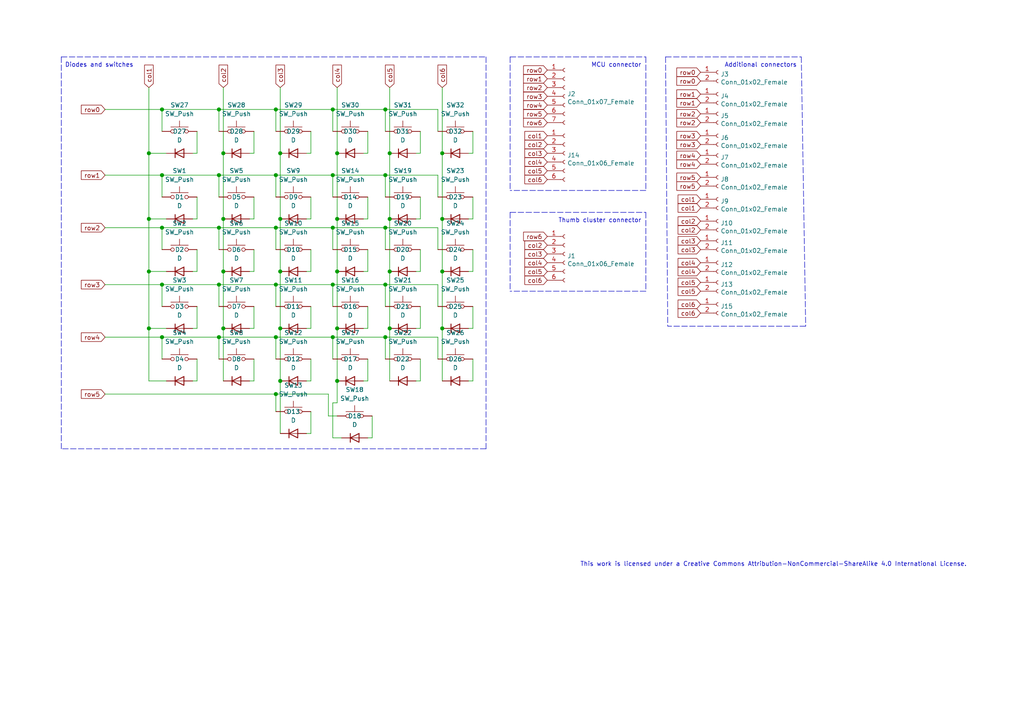
<source format=kicad_sch>
(kicad_sch (version 20210126) (generator eeschema)
  (paper "A4")
  (title_block (title "flex.sch") (date "2021-08-15") (rev "2.62") (company "bastard keyboards") (comment 3 "CC BY-NC-SA 4.0") (comment 4 "Copyright Quentin Lebastard 2021"))
  (lib_symbols
    (symbol "Connector:Conn_01x02_Female" (pin_names (offset 1.016) hide)
      (property "Reference" "J" (at 0 2.54 0))
      (property "Value" "Conn_01x02_Female" (at 0 -5.08 0))
      (symbol "Conn_01x02_Female_1_1"
        (arc (start 0 -2.032) (end 0 -3.048) (radius (at 0 -2.54) (length 0.508) (angles 90.1 -90.1)) (stroke (width 0.1524)))
        (arc (start 0 0.508) (end 0 -0.508) (radius (at 0 0) (length 0.508) (angles 90.1 -90.1)) (stroke (width 0.1524)))
        (polyline (pts (xy -1.27 -2.54) (xy -0.508 -2.54)) (stroke (width 0.1524)))
        (polyline (pts (xy -1.27 0) (xy -0.508 0)) (stroke (width 0.1524)))
        (pin passive line (at -5.08 0 0) (length 3.81) (name "Pin_1") (number "1"))
        (pin passive line (at -5.08 -2.54 0) (length 3.81) (name "Pin_2") (number "2"))
      )
    )
    (symbol "Connector:Conn_01x06_Female" (pin_names (offset 1.016) hide)
      (property "Reference" "J" (at 0 7.62 0))
      (property "Value" "Conn_01x06_Female" (at 0 -10.16 0))
      (symbol "Conn_01x06_Female_1_1"
        (arc (start 0 -7.112) (end 0 -8.128) (radius (at 0 -7.62) (length 0.508) (angles 90.1 -90.1)) (stroke (width 0.1524)))
        (arc (start 0 -4.572) (end 0 -5.588) (radius (at 0 -5.08) (length 0.508) (angles 90.1 -90.1)) (stroke (width 0.1524)))
        (arc (start 0 -2.032) (end 0 -3.048) (radius (at 0 -2.54) (length 0.508) (angles 90.1 -90.1)) (stroke (width 0.1524)))
        (arc (start 0 0.508) (end 0 -0.508) (radius (at 0 0) (length 0.508) (angles 90.1 -90.1)) (stroke (width 0.1524)))
        (arc (start 0 3.048) (end 0 2.032) (radius (at 0 2.54) (length 0.508) (angles 90.1 -90.1)) (stroke (width 0.1524)))
        (arc (start 0 5.588) (end 0 4.572) (radius (at 0 5.08) (length 0.508) (angles 90.1 -90.1)) (stroke (width 0.1524)))
        (polyline (pts (xy -1.27 -7.62) (xy -0.508 -7.62)) (stroke (width 0.1524)))
        (polyline (pts (xy -1.27 -5.08) (xy -0.508 -5.08)) (stroke (width 0.1524)))
        (polyline (pts (xy -1.27 -2.54) (xy -0.508 -2.54)) (stroke (width 0.1524)))
        (polyline (pts (xy -1.27 0) (xy -0.508 0)) (stroke (width 0.1524)))
        (polyline (pts (xy -1.27 2.54) (xy -0.508 2.54)) (stroke (width 0.1524)))
        (polyline (pts (xy -1.27 5.08) (xy -0.508 5.08)) (stroke (width 0.1524)))
        (pin passive line (at -5.08 5.08 0) (length 3.81) (name "Pin_1") (number "1"))
        (pin passive line (at -5.08 2.54 0) (length 3.81) (name "Pin_2") (number "2"))
        (pin passive line (at -5.08 0 0) (length 3.81) (name "Pin_3") (number "3"))
        (pin passive line (at -5.08 -2.54 0) (length 3.81) (name "Pin_4") (number "4"))
        (pin passive line (at -5.08 -5.08 0) (length 3.81) (name "Pin_5") (number "5"))
        (pin passive line (at -5.08 -7.62 0) (length 3.81) (name "Pin_6") (number "6"))
      )
    )
    (symbol "Connector:Conn_01x07_Female" (pin_names (offset 1.016) hide)
      (property "Reference" "J" (at 0 10.16 0))
      (property "Value" "Conn_01x07_Female" (at 0 -10.16 0))
      (symbol "Conn_01x07_Female_1_1"
        (arc (start 0 -7.112) (end 0 -8.128) (radius (at 0 -7.62) (length 0.508) (angles 90.1 -90.1)) (stroke (width 0.1524)))
        (arc (start 0 -4.572) (end 0 -5.588) (radius (at 0 -5.08) (length 0.508) (angles 90.1 -90.1)) (stroke (width 0.1524)))
        (arc (start 0 -2.032) (end 0 -3.048) (radius (at 0 -2.54) (length 0.508) (angles 90.1 -90.1)) (stroke (width 0.1524)))
        (arc (start 0 0.508) (end 0 -0.508) (radius (at 0 0) (length 0.508) (angles 90.1 -90.1)) (stroke (width 0.1524)))
        (arc (start 0 3.048) (end 0 2.032) (radius (at 0 2.54) (length 0.508) (angles 90.1 -90.1)) (stroke (width 0.1524)))
        (arc (start 0 5.588) (end 0 4.572) (radius (at 0 5.08) (length 0.508) (angles 90.1 -90.1)) (stroke (width 0.1524)))
        (arc (start 0 8.128) (end 0 7.112) (radius (at 0 7.62) (length 0.508) (angles 90.1 -90.1)) (stroke (width 0.1524)))
        (polyline (pts (xy -1.27 -7.62) (xy -0.508 -7.62)) (stroke (width 0.1524)))
        (polyline (pts (xy -1.27 -5.08) (xy -0.508 -5.08)) (stroke (width 0.1524)))
        (polyline (pts (xy -1.27 -2.54) (xy -0.508 -2.54)) (stroke (width 0.1524)))
        (polyline (pts (xy -1.27 0) (xy -0.508 0)) (stroke (width 0.1524)))
        (polyline (pts (xy -1.27 2.54) (xy -0.508 2.54)) (stroke (width 0.1524)))
        (polyline (pts (xy -1.27 5.08) (xy -0.508 5.08)) (stroke (width 0.1524)))
        (polyline (pts (xy -1.27 7.62) (xy -0.508 7.62)) (stroke (width 0.1524)))
        (pin passive line (at -5.08 7.62 0) (length 3.81) (name "Pin_1") (number "1"))
        (pin passive line (at -5.08 5.08 0) (length 3.81) (name "Pin_2") (number "2"))
        (pin passive line (at -5.08 2.54 0) (length 3.81) (name "Pin_3") (number "3"))
        (pin passive line (at -5.08 0 0) (length 3.81) (name "Pin_4") (number "4"))
        (pin passive line (at -5.08 -2.54 0) (length 3.81) (name "Pin_5") (number "5"))
        (pin passive line (at -5.08 -5.08 0) (length 3.81) (name "Pin_6") (number "6"))
        (pin passive line (at -5.08 -7.62 0) (length 3.81) (name "Pin_7") (number "7"))
      )
    )
    (symbol "Device:D" (pin_numbers hide) (pin_names hide)
      (property "Reference" "D" (at 0 2.54 0))
      (property "Value" "D" (at 0 -2.54 0))
      (symbol "D_0_1"
        (polyline (pts (xy -1.27 1.27) (xy -1.27 -1.27)) (stroke (width 0.254)))
        (polyline (pts (xy 1.27 0) (xy -1.27 0)))
        (polyline (pts (xy 1.27 1.27) (xy 1.27 -1.27) (xy -1.27 0) (xy 1.27 1.27)) (stroke (width 0.254)))
      )
      (symbol "D_1_1"
        (pin passive line (at -3.81 0 0) (length 2.54) (name "K") (number "1"))
        (pin passive line (at 3.81 0 180) (length 2.54) (name "A") (number "2"))
      )
    )
    (symbol "Switch:SW_Push" (pin_numbers hide) (pin_names hide)
      (property "Reference" "SW" (at 1.27 2.54 0))
      (property "Value" "SW_Push" (at 0 -1.524 0))
      (symbol "SW_Push_0_1"
        (circle (center -2.032 0) (radius 0.508))
        (circle (center 2.032 0) (radius 0.508))
        (polyline (pts (xy 0 1.27) (xy 0 3.048)))
        (polyline (pts (xy 2.54 1.27) (xy -2.54 1.27)))
        (pin passive line (at -5.08 0 0) (length 2.54) (name "1") (number "1"))
        (pin passive line (at 5.08 0 180) (length 2.54) (name "2") (number "2"))
      )
    )
  )
  (junction (at 43.18 44.45) (diameter 1.016))
  (junction (at 43.18 63.5) (diameter 1.016))
  (junction (at 43.18 78.74) (diameter 1.016))
  (junction (at 43.18 95.25) (diameter 1.016))
  (junction (at 46.99 31.75) (diameter 1.016))
  (junction (at 46.99 50.8) (diameter 1.016))
  (junction (at 46.99 66.04) (diameter 1.016))
  (junction (at 46.99 82.55) (diameter 1.016))
  (junction (at 46.99 97.79) (diameter 1.016))
  (junction (at 63.5 31.75) (diameter 1.016))
  (junction (at 63.5 50.8) (diameter 1.016))
  (junction (at 63.5 66.04) (diameter 1.016))
  (junction (at 63.5 82.55) (diameter 1.016))
  (junction (at 63.5 97.79) (diameter 1.016))
  (junction (at 64.77 44.45) (diameter 1.016))
  (junction (at 64.77 63.5) (diameter 1.016))
  (junction (at 64.77 78.74) (diameter 1.016))
  (junction (at 64.77 95.25) (diameter 1.016))
  (junction (at 80.01 31.75) (diameter 1.016))
  (junction (at 80.01 50.8) (diameter 1.016))
  (junction (at 80.01 66.04) (diameter 1.016))
  (junction (at 80.01 82.55) (diameter 1.016))
  (junction (at 80.01 97.79) (diameter 1.016))
  (junction (at 80.01 114.3) (diameter 1.016))
  (junction (at 81.28 44.45) (diameter 1.016))
  (junction (at 81.28 63.5) (diameter 1.016))
  (junction (at 81.28 78.74) (diameter 1.016))
  (junction (at 81.28 95.25) (diameter 1.016))
  (junction (at 81.28 110.49) (diameter 1.016))
  (junction (at 96.52 31.75) (diameter 1.016))
  (junction (at 96.52 50.8) (diameter 1.016))
  (junction (at 96.52 66.04) (diameter 1.016))
  (junction (at 96.52 82.55) (diameter 1.016))
  (junction (at 96.52 97.79) (diameter 1.016))
  (junction (at 97.79 44.45) (diameter 1.016))
  (junction (at 97.79 63.5) (diameter 1.016))
  (junction (at 97.79 78.74) (diameter 1.016))
  (junction (at 97.79 95.25) (diameter 1.016))
  (junction (at 97.79 110.49) (diameter 1.016))
  (junction (at 111.76 31.75) (diameter 1.016))
  (junction (at 111.76 50.8) (diameter 1.016))
  (junction (at 111.76 66.04) (diameter 1.016))
  (junction (at 111.76 82.55) (diameter 1.016))
  (junction (at 111.76 97.79) (diameter 1.016))
  (junction (at 113.03 44.45) (diameter 1.016))
  (junction (at 113.03 63.5) (diameter 1.016))
  (junction (at 113.03 78.74) (diameter 1.016))
  (junction (at 113.03 95.25) (diameter 1.016))
  (junction (at 128.27 44.45) (diameter 1.016))
  (junction (at 128.27 63.5) (diameter 1.016))
  (junction (at 128.27 78.74) (diameter 1.016))
  (junction (at 128.27 95.25) (diameter 1.016))
  (wire (pts (xy 30.48 31.75) (xy 46.99 31.75)))
  (wire (pts (xy 30.48 50.8) (xy 46.99 50.8)))
  (wire (pts (xy 30.48 66.04) (xy 46.99 66.04)))
  (wire (pts (xy 30.48 82.55) (xy 46.99 82.55)))
  (wire (pts (xy 30.48 97.79) (xy 46.99 97.79)))
  (wire (pts (xy 30.48 114.3) (xy 80.01 114.3)))
  (wire (pts (xy 43.18 25.4) (xy 43.18 44.45)))
  (wire (pts (xy 43.18 44.45) (xy 43.18 63.5)))
  (wire (pts (xy 43.18 63.5) (xy 43.18 78.74)))
  (wire (pts (xy 43.18 78.74) (xy 43.18 95.25)))
  (wire (pts (xy 43.18 95.25) (xy 43.18 110.49)))
  (wire (pts (xy 46.99 31.75) (xy 63.5 31.75)))
  (wire (pts (xy 46.99 38.1) (xy 46.99 31.75)))
  (wire (pts (xy 46.99 50.8) (xy 63.5 50.8)))
  (wire (pts (xy 46.99 57.15) (xy 46.99 50.8)))
  (wire (pts (xy 46.99 66.04) (xy 63.5 66.04)))
  (wire (pts (xy 46.99 72.39) (xy 46.99 66.04)))
  (wire (pts (xy 46.99 82.55) (xy 63.5 82.55)))
  (wire (pts (xy 46.99 88.9) (xy 46.99 82.55)))
  (wire (pts (xy 46.99 97.79) (xy 63.5 97.79)))
  (wire (pts (xy 46.99 104.14) (xy 46.99 97.79)))
  (wire (pts (xy 48.26 44.45) (xy 43.18 44.45)))
  (wire (pts (xy 48.26 63.5) (xy 43.18 63.5)))
  (wire (pts (xy 48.26 78.74) (xy 43.18 78.74)))
  (wire (pts (xy 48.26 95.25) (xy 43.18 95.25)))
  (wire (pts (xy 48.26 110.49) (xy 43.18 110.49)))
  (wire (pts (xy 57.15 38.1) (xy 57.15 44.45)))
  (wire (pts (xy 57.15 44.45) (xy 55.88 44.45)))
  (wire (pts (xy 57.15 57.15) (xy 57.15 63.5)))
  (wire (pts (xy 57.15 63.5) (xy 55.88 63.5)))
  (wire (pts (xy 57.15 72.39) (xy 57.15 78.74)))
  (wire (pts (xy 57.15 78.74) (xy 55.88 78.74)))
  (wire (pts (xy 57.15 88.9) (xy 57.15 95.25)))
  (wire (pts (xy 57.15 95.25) (xy 55.88 95.25)))
  (wire (pts (xy 57.15 104.14) (xy 57.15 110.49)))
  (wire (pts (xy 57.15 110.49) (xy 55.88 110.49)))
  (wire (pts (xy 63.5 31.75) (xy 63.5 38.1)))
  (wire (pts (xy 63.5 31.75) (xy 80.01 31.75)))
  (wire (pts (xy 63.5 50.8) (xy 63.5 57.15)))
  (wire (pts (xy 63.5 50.8) (xy 80.01 50.8)))
  (wire (pts (xy 63.5 66.04) (xy 63.5 72.39)))
  (wire (pts (xy 63.5 66.04) (xy 80.01 66.04)))
  (wire (pts (xy 63.5 82.55) (xy 63.5 88.9)))
  (wire (pts (xy 63.5 82.55) (xy 80.01 82.55)))
  (wire (pts (xy 63.5 97.79) (xy 63.5 104.14)))
  (wire (pts (xy 63.5 97.79) (xy 80.01 97.79)))
  (wire (pts (xy 64.77 25.4) (xy 64.77 44.45)))
  (wire (pts (xy 64.77 44.45) (xy 64.77 63.5)))
  (wire (pts (xy 64.77 63.5) (xy 64.77 78.74)))
  (wire (pts (xy 64.77 78.74) (xy 64.77 95.25)))
  (wire (pts (xy 64.77 95.25) (xy 64.77 110.49)))
  (wire (pts (xy 73.66 38.1) (xy 73.66 44.45)))
  (wire (pts (xy 73.66 44.45) (xy 72.39 44.45)))
  (wire (pts (xy 73.66 57.15) (xy 73.66 63.5)))
  (wire (pts (xy 73.66 63.5) (xy 72.39 63.5)))
  (wire (pts (xy 73.66 72.39) (xy 73.66 78.74)))
  (wire (pts (xy 73.66 78.74) (xy 72.39 78.74)))
  (wire (pts (xy 73.66 88.9) (xy 73.66 95.25)))
  (wire (pts (xy 73.66 95.25) (xy 72.39 95.25)))
  (wire (pts (xy 73.66 104.14) (xy 73.66 110.49)))
  (wire (pts (xy 73.66 110.49) (xy 72.39 110.49)))
  (wire (pts (xy 80.01 31.75) (xy 80.01 38.1)))
  (wire (pts (xy 80.01 31.75) (xy 96.52 31.75)))
  (wire (pts (xy 80.01 50.8) (xy 80.01 57.15)))
  (wire (pts (xy 80.01 50.8) (xy 96.52 50.8)))
  (wire (pts (xy 80.01 66.04) (xy 80.01 72.39)))
  (wire (pts (xy 80.01 66.04) (xy 96.52 66.04)))
  (wire (pts (xy 80.01 82.55) (xy 80.01 88.9)))
  (wire (pts (xy 80.01 82.55) (xy 96.52 82.55)))
  (wire (pts (xy 80.01 97.79) (xy 80.01 104.14)))
  (wire (pts (xy 80.01 97.79) (xy 96.52 97.79)))
  (wire (pts (xy 80.01 114.3) (xy 80.01 119.38)))
  (wire (pts (xy 81.28 25.4) (xy 81.28 44.45)))
  (wire (pts (xy 81.28 44.45) (xy 81.28 63.5)))
  (wire (pts (xy 81.28 63.5) (xy 81.28 78.74)))
  (wire (pts (xy 81.28 78.74) (xy 81.28 95.25)))
  (wire (pts (xy 81.28 95.25) (xy 81.28 110.49)))
  (wire (pts (xy 81.28 110.49) (xy 81.28 125.73)))
  (wire (pts (xy 90.17 38.1) (xy 90.17 44.45)))
  (wire (pts (xy 90.17 44.45) (xy 88.9 44.45)))
  (wire (pts (xy 90.17 57.15) (xy 90.17 63.5)))
  (wire (pts (xy 90.17 63.5) (xy 88.9 63.5)))
  (wire (pts (xy 90.17 72.39) (xy 90.17 78.74)))
  (wire (pts (xy 90.17 78.74) (xy 88.9 78.74)))
  (wire (pts (xy 90.17 88.9) (xy 90.17 95.25)))
  (wire (pts (xy 90.17 95.25) (xy 88.9 95.25)))
  (wire (pts (xy 90.17 104.14) (xy 90.17 110.49)))
  (wire (pts (xy 90.17 110.49) (xy 88.9 110.49)))
  (wire (pts (xy 90.17 119.38) (xy 90.17 125.73)))
  (wire (pts (xy 90.17 125.73) (xy 88.9 125.73)))
  (wire (pts (xy 95.25 114.3) (xy 80.01 114.3)))
  (wire (pts (xy 95.25 120.65) (xy 95.25 114.3)))
  (wire (pts (xy 96.52 31.75) (xy 96.52 38.1)))
  (wire (pts (xy 96.52 31.75) (xy 111.76 31.75)))
  (wire (pts (xy 96.52 50.8) (xy 96.52 57.15)))
  (wire (pts (xy 96.52 50.8) (xy 111.76 50.8)))
  (wire (pts (xy 96.52 66.04) (xy 96.52 72.39)))
  (wire (pts (xy 96.52 66.04) (xy 111.76 66.04)))
  (wire (pts (xy 96.52 82.55) (xy 96.52 88.9)))
  (wire (pts (xy 96.52 82.55) (xy 111.76 82.55)))
  (wire (pts (xy 96.52 97.79) (xy 96.52 104.14)))
  (wire (pts (xy 96.52 97.79) (xy 111.76 97.79)))
  (wire (pts (xy 96.52 116.84) (xy 97.79 116.84)))
  (wire (pts (xy 96.52 127) (xy 96.52 116.84)))
  (wire (pts (xy 96.52 127) (xy 99.06 127)))
  (wire (pts (xy 97.79 25.4) (xy 97.79 44.45)))
  (wire (pts (xy 97.79 44.45) (xy 97.79 63.5)))
  (wire (pts (xy 97.79 63.5) (xy 97.79 78.74)))
  (wire (pts (xy 97.79 78.74) (xy 97.79 95.25)))
  (wire (pts (xy 97.79 95.25) (xy 97.79 110.49)))
  (wire (pts (xy 97.79 110.49) (xy 97.79 116.84)))
  (wire (pts (xy 97.79 120.65) (xy 95.25 120.65)))
  (wire (pts (xy 106.68 38.1) (xy 106.68 44.45)))
  (wire (pts (xy 106.68 44.45) (xy 105.41 44.45)))
  (wire (pts (xy 106.68 57.15) (xy 106.68 63.5)))
  (wire (pts (xy 106.68 63.5) (xy 105.41 63.5)))
  (wire (pts (xy 106.68 72.39) (xy 106.68 78.74)))
  (wire (pts (xy 106.68 78.74) (xy 105.41 78.74)))
  (wire (pts (xy 106.68 88.9) (xy 106.68 95.25)))
  (wire (pts (xy 106.68 95.25) (xy 105.41 95.25)))
  (wire (pts (xy 106.68 104.14) (xy 106.68 110.49)))
  (wire (pts (xy 106.68 110.49) (xy 105.41 110.49)))
  (wire (pts (xy 107.95 120.65) (xy 107.95 127)))
  (wire (pts (xy 107.95 127) (xy 106.68 127)))
  (wire (pts (xy 111.76 31.75) (xy 111.76 38.1)))
  (wire (pts (xy 111.76 31.75) (xy 127 31.75)))
  (wire (pts (xy 111.76 50.8) (xy 111.76 57.15)))
  (wire (pts (xy 111.76 50.8) (xy 127 50.8)))
  (wire (pts (xy 111.76 66.04) (xy 111.76 72.39)))
  (wire (pts (xy 111.76 66.04) (xy 127 66.04)))
  (wire (pts (xy 111.76 82.55) (xy 111.76 88.9)))
  (wire (pts (xy 111.76 82.55) (xy 127 82.55)))
  (wire (pts (xy 111.76 97.79) (xy 111.76 104.14)))
  (wire (pts (xy 111.76 97.79) (xy 127 97.79)))
  (wire (pts (xy 113.03 25.4) (xy 113.03 44.45)))
  (wire (pts (xy 113.03 44.45) (xy 113.03 63.5)))
  (wire (pts (xy 113.03 63.5) (xy 113.03 78.74)))
  (wire (pts (xy 113.03 78.74) (xy 113.03 95.25)))
  (wire (pts (xy 113.03 95.25) (xy 113.03 110.49)))
  (wire (pts (xy 121.92 38.1) (xy 121.92 44.45)))
  (wire (pts (xy 121.92 44.45) (xy 120.65 44.45)))
  (wire (pts (xy 121.92 57.15) (xy 121.92 63.5)))
  (wire (pts (xy 121.92 63.5) (xy 120.65 63.5)))
  (wire (pts (xy 121.92 72.39) (xy 121.92 78.74)))
  (wire (pts (xy 121.92 78.74) (xy 120.65 78.74)))
  (wire (pts (xy 121.92 88.9) (xy 121.92 95.25)))
  (wire (pts (xy 121.92 95.25) (xy 120.65 95.25)))
  (wire (pts (xy 121.92 104.14) (xy 121.92 110.49)))
  (wire (pts (xy 121.92 110.49) (xy 120.65 110.49)))
  (wire (pts (xy 127 31.75) (xy 127 38.1)))
  (wire (pts (xy 127 50.8) (xy 127 57.15)))
  (wire (pts (xy 127 66.04) (xy 127 72.39)))
  (wire (pts (xy 127 82.55) (xy 127 88.9)))
  (wire (pts (xy 127 97.79) (xy 127 104.14)))
  (wire (pts (xy 128.27 25.4) (xy 128.27 44.45)))
  (wire (pts (xy 128.27 44.45) (xy 128.27 63.5)))
  (wire (pts (xy 128.27 63.5) (xy 128.27 78.74)))
  (wire (pts (xy 128.27 78.74) (xy 128.27 95.25)))
  (wire (pts (xy 128.27 95.25) (xy 128.27 110.49)))
  (wire (pts (xy 137.16 38.1) (xy 137.16 44.45)))
  (wire (pts (xy 137.16 44.45) (xy 135.89 44.45)))
  (wire (pts (xy 137.16 57.15) (xy 137.16 63.5)))
  (wire (pts (xy 137.16 63.5) (xy 135.89 63.5)))
  (wire (pts (xy 137.16 72.39) (xy 137.16 78.74)))
  (wire (pts (xy 137.16 78.74) (xy 135.89 78.74)))
  (wire (pts (xy 137.16 88.9) (xy 137.16 95.25)))
  (wire (pts (xy 137.16 95.25) (xy 135.89 95.25)))
  (wire (pts (xy 137.16 104.14) (xy 137.16 110.49)))
  (wire (pts (xy 137.16 110.49) (xy 135.89 110.49)))
  (polyline (pts (xy 17.78 16.51) (xy 17.78 130.175)) (stroke (width 0) (type dash)))
  (polyline (pts (xy 17.78 16.51) (xy 140.97 16.51)) (stroke (width 0) (type dash)))
  (polyline (pts (xy 140.97 16.51) (xy 140.97 130.175)) (stroke (width 0) (type dash)))
  (polyline (pts (xy 140.97 130.175) (xy 17.78 130.175)) (stroke (width 0) (type dash)))
  (polyline (pts (xy 147.955 16.51) (xy 147.955 55.245)) (stroke (width 0) (type dash)))
  (polyline (pts (xy 147.955 16.51) (xy 187.325 16.51)) (stroke (width 0) (type dash)))
  (polyline (pts (xy 147.955 61.595) (xy 147.955 84.455)) (stroke (width 0) (type dash)))
  (polyline (pts (xy 147.955 61.595) (xy 187.325 61.595)) (stroke (width 0) (type dash)))
  (polyline (pts (xy 187.325 16.51) (xy 187.325 55.245)) (stroke (width 0) (type dash)))
  (polyline (pts (xy 187.325 55.245) (xy 147.955 55.245)) (stroke (width 0) (type dash)))
  (polyline (pts (xy 187.325 61.595) (xy 187.325 84.455)) (stroke (width 0) (type dash)))
  (polyline (pts (xy 187.325 84.455) (xy 147.955 84.455)) (stroke (width 0) (type dash)))
  (polyline (pts (xy 193.04 16.51) (xy 193.675 94.615)) (stroke (width 0) (type dash)))
  (polyline (pts (xy 193.04 16.51) (xy 232.41 16.51)) (stroke (width 0) (type dash)))
  (polyline (pts (xy 232.41 16.51) (xy 233.68 94.615)) (stroke (width 0) (type dash)))
  (polyline (pts (xy 233.68 94.615) (xy 193.675 94.615)) (stroke (width 0) (type dash)))
  (text "Diodes and switches" (at 38.735 19.685 180) (effects (font (size 1.27 1.27)) (justify right bottom)))
  (text "This work is licensed under a Creative Commons Attribution-NonCommercial-ShareAlike 4.0 International License." (at 168.275 164.465 0) (effects (font (size 1.27 1.27)) (justify left bottom)))
  (text "MCU connector" (at 186.055 19.685 180) (effects (font (size 1.27 1.27)) (justify right bottom)))
  (text "Thumb cluster connector" (at 186.055 64.77 180) (effects (font (size 1.27 1.27)) (justify right bottom)))
  (text "Additional connectors" (at 231.14 19.685 180) (effects (font (size 1.27 1.27)) (justify right bottom)))
  (global_label "row0" (shape input) (at 30.48 31.75 180) (property "Intersheet References" "${INTERSHEET_REFS}" (effects hide)))
  (global_label "row1" (shape input) (at 30.48 50.8 180) (property "Intersheet References" "${INTERSHEET_REFS}" (effects hide)))
  (global_label "row2" (shape input) (at 30.48 66.04 180) (property "Intersheet References" "${INTERSHEET_REFS}" (effects hide)))
  (global_label "row3" (shape input) (at 30.48 82.55 180) (property "Intersheet References" "${INTERSHEET_REFS}" (effects hide)))
  (global_label "row4" (shape input) (at 30.48 97.79 180) (property "Intersheet References" "${INTERSHEET_REFS}" (effects hide)))
  (global_label "row5" (shape input) (at 30.48 114.3 180) (property "Intersheet References" "${INTERSHEET_REFS}" (effects hide)))
  (global_label "col1" (shape input) (at 43.18 25.4 90) (property "Intersheet References" "${INTERSHEET_REFS}" (effects hide)))
  (global_label "col2" (shape input) (at 64.77 25.4 90) (property "Intersheet References" "${INTERSHEET_REFS}" (effects hide)))
  (global_label "col3" (shape input) (at 81.28 25.4 90) (property "Intersheet References" "${INTERSHEET_REFS}" (effects hide)))
  (global_label "col4" (shape input) (at 97.79 25.4 90) (property "Intersheet References" "${INTERSHEET_REFS}" (effects hide)))
  (global_label "col5" (shape input) (at 113.03 25.4 90) (property "Intersheet References" "${INTERSHEET_REFS}" (effects hide)))
  (global_label "col6" (shape input) (at 128.27 25.4 90) (property "Intersheet References" "${INTERSHEET_REFS}" (effects hide)))
  (global_label "row0" (shape input) (at 158.75 20.32 180) (property "Intersheet References" "${INTERSHEET_REFS}" (effects hide)))
  (global_label "row1" (shape input) (at 158.75 22.86 180) (property "Intersheet References" "${INTERSHEET_REFS}" (effects hide)))
  (global_label "row2" (shape input) (at 158.75 25.4 180) (property "Intersheet References" "${INTERSHEET_REFS}" (effects hide)))
  (global_label "row3" (shape input) (at 158.75 27.94 180) (property "Intersheet References" "${INTERSHEET_REFS}" (effects hide)))
  (global_label "row4" (shape input) (at 158.75 30.48 180) (property "Intersheet References" "${INTERSHEET_REFS}" (effects hide)))
  (global_label "row5" (shape input) (at 158.75 33.02 180) (property "Intersheet References" "${INTERSHEET_REFS}" (effects hide)))
  (global_label "row6" (shape input) (at 158.75 35.56 180) (property "Intersheet References" "${INTERSHEET_REFS}" (effects hide)))
  (global_label "col1" (shape input) (at 158.75 39.37 180) (property "Intersheet References" "${INTERSHEET_REFS}" (effects hide)))
  (global_label "col2" (shape input) (at 158.75 41.91 180) (property "Intersheet References" "${INTERSHEET_REFS}" (effects hide)))
  (global_label "col3" (shape input) (at 158.75 44.45 180) (property "Intersheet References" "${INTERSHEET_REFS}" (effects hide)))
  (global_label "col4" (shape input) (at 158.75 46.99 180) (property "Intersheet References" "${INTERSHEET_REFS}" (effects hide)))
  (global_label "col5" (shape input) (at 158.75 49.53 180) (property "Intersheet References" "${INTERSHEET_REFS}" (effects hide)))
  (global_label "col6" (shape input) (at 158.75 52.07 180) (property "Intersheet References" "${INTERSHEET_REFS}" (effects hide)))
  (global_label "row6" (shape input) (at 158.75 68.58 180) (property "Intersheet References" "${INTERSHEET_REFS}" (effects hide)))
  (global_label "col2" (shape input) (at 158.75 71.12 180) (property "Intersheet References" "${INTERSHEET_REFS}" (effects hide)))
  (global_label "col3" (shape input) (at 158.75 73.66 180) (property "Intersheet References" "${INTERSHEET_REFS}" (effects hide)))
  (global_label "col4" (shape input) (at 158.75 76.2 180) (property "Intersheet References" "${INTERSHEET_REFS}" (effects hide)))
  (global_label "col5" (shape input) (at 158.75 78.74 180) (property "Intersheet References" "${INTERSHEET_REFS}" (effects hide)))
  (global_label "col6" (shape input) (at 158.75 81.28 180) (property "Intersheet References" "${INTERSHEET_REFS}" (effects hide)))
  (global_label "row0" (shape input) (at 203.2 20.955 180) (property "Intersheet References" "${INTERSHEET_REFS}" (effects hide)))
  (global_label "row0" (shape input) (at 203.2 23.495 180) (property "Intersheet References" "${INTERSHEET_REFS}" (effects hide)))
  (global_label "row1" (shape input) (at 203.2 27.305 180) (property "Intersheet References" "${INTERSHEET_REFS}" (effects hide)))
  (global_label "row1" (shape input) (at 203.2 29.845 180) (property "Intersheet References" "${INTERSHEET_REFS}" (effects hide)))
  (global_label "row2" (shape input) (at 203.2 33.02 180) (property "Intersheet References" "${INTERSHEET_REFS}" (effects hide)))
  (global_label "row2" (shape input) (at 203.2 35.56 180) (property "Intersheet References" "${INTERSHEET_REFS}" (effects hide)))
  (global_label "row3" (shape input) (at 203.2 39.37 180) (property "Intersheet References" "${INTERSHEET_REFS}" (effects hide)))
  (global_label "row3" (shape input) (at 203.2 41.91 180) (property "Intersheet References" "${INTERSHEET_REFS}" (effects hide)))
  (global_label "row4" (shape input) (at 203.2 45.085 180) (property "Intersheet References" "${INTERSHEET_REFS}" (effects hide)))
  (global_label "row4" (shape input) (at 203.2 47.625 180) (property "Intersheet References" "${INTERSHEET_REFS}" (effects hide)))
  (global_label "row5" (shape input) (at 203.2 51.435 180) (property "Intersheet References" "${INTERSHEET_REFS}" (effects hide)))
  (global_label "row5" (shape input) (at 203.2 53.975 180) (property "Intersheet References" "${INTERSHEET_REFS}" (effects hide)))
  (global_label "col1" (shape input) (at 203.2 57.785 180) (property "Intersheet References" "${INTERSHEET_REFS}" (effects hide)))
  (global_label "col1" (shape input) (at 203.2 60.325 180) (property "Intersheet References" "${INTERSHEET_REFS}" (effects hide)))
  (global_label "col2" (shape input) (at 203.2 64.135 180) (property "Intersheet References" "${INTERSHEET_REFS}" (effects hide)))
  (global_label "col2" (shape input) (at 203.2 66.675 180) (property "Intersheet References" "${INTERSHEET_REFS}" (effects hide)))
  (global_label "col3" (shape input) (at 203.2 69.85 180) (property "Intersheet References" "${INTERSHEET_REFS}" (effects hide)))
  (global_label "col3" (shape input) (at 203.2 72.39 180) (property "Intersheet References" "${INTERSHEET_REFS}" (effects hide)))
  (global_label "col4" (shape input) (at 203.2 76.2 180) (property "Intersheet References" "${INTERSHEET_REFS}" (effects hide)))
  (global_label "col4" (shape input) (at 203.2 78.74 180) (property "Intersheet References" "${INTERSHEET_REFS}" (effects hide)))
  (global_label "col5" (shape input) (at 203.2 81.915 180) (property "Intersheet References" "${INTERSHEET_REFS}" (effects hide)))
  (global_label "col5" (shape input) (at 203.2 84.455 180) (property "Intersheet References" "${INTERSHEET_REFS}" (effects hide)))
  (global_label "col6" (shape input) (at 203.2 88.265 180) (property "Intersheet References" "${INTERSHEET_REFS}" (effects hide)))
  (global_label "col6" (shape input) (at 203.2 90.805 180) (property "Intersheet References" "${INTERSHEET_REFS}" (effects hide)))
  (symbol (lib_id "Device:D") (at 52.07 44.45 0) (unit 1)
    (property "Reference" "D27" (at 52.07 38.1 0))
    (property "Value" "D" (at 52.07 40.64 0))
    (property "Footprint" "custom:Diode_TH_SOD123" (effects hide))
  )
  (symbol (lib_id "Device:D") (at 52.07 63.5 0) (unit 1)
    (property "Reference" "D1" (at 52.07 57.15 0))
    (property "Value" "D" (at 52.07 59.69 0))
    (property "Footprint" "custom:Diode_TH_SOD123" (effects hide))
  )
  (symbol (lib_id "Device:D") (at 52.07 78.74 0) (unit 1)
    (property "Reference" "D2" (at 52.07 72.39 0))
    (property "Value" "D" (at 52.07 74.93 0))
    (property "Footprint" "custom:Diode_TH_SOD123" (effects hide))
  )
  (symbol (lib_id "Device:D") (at 52.07 95.25 0) (unit 1)
    (property "Reference" "D3" (at 52.07 88.9 0))
    (property "Value" "D" (at 52.07 91.44 0))
    (property "Footprint" "custom:Diode_TH_SOD123" (effects hide))
  )
  (symbol (lib_id "Device:D") (at 52.07 110.49 0) (unit 1)
    (property "Reference" "D4" (at 52.07 104.14 0))
    (property "Value" "D" (at 52.07 106.68 0))
    (property "Footprint" "custom:Diode_TH_SOD123" (effects hide))
  )
  (symbol (lib_id "Device:D") (at 68.58 44.45 0) (unit 1)
    (property "Reference" "D28" (at 68.58 38.1 0))
    (property "Value" "D" (at 68.58 40.64 0))
    (property "Footprint" "custom:Diode_TH_SOD123" (effects hide))
  )
  (symbol (lib_id "Device:D") (at 68.58 63.5 0) (unit 1)
    (property "Reference" "D5" (at 68.58 57.15 0))
    (property "Value" "D" (at 68.58 59.69 0))
    (property "Footprint" "custom:Diode_TH_SOD123" (effects hide))
  )
  (symbol (lib_id "Device:D") (at 68.58 78.74 0) (unit 1)
    (property "Reference" "D6" (at 68.58 72.39 0))
    (property "Value" "D" (at 68.58 74.93 0))
    (property "Footprint" "custom:Diode_TH_SOD123" (effects hide))
  )
  (symbol (lib_id "Device:D") (at 68.58 95.25 0) (unit 1)
    (property "Reference" "D7" (at 68.58 88.9 0))
    (property "Value" "D" (at 68.58 91.44 0))
    (property "Footprint" "custom:Diode_TH_SOD123" (effects hide))
  )
  (symbol (lib_id "Device:D") (at 68.58 110.49 0) (unit 1)
    (property "Reference" "D8" (at 68.58 104.14 0))
    (property "Value" "D" (at 68.58 106.68 0))
    (property "Footprint" "custom:Diode_TH_SOD123" (effects hide))
  )
  (symbol (lib_id "Device:D") (at 85.09 44.45 0) (unit 1)
    (property "Reference" "D29" (at 85.09 38.1 0))
    (property "Value" "D" (at 85.09 40.64 0))
    (property "Footprint" "custom:Diode_TH_SOD123" (effects hide))
  )
  (symbol (lib_id "Device:D") (at 85.09 63.5 0) (unit 1)
    (property "Reference" "D9" (at 85.09 57.15 0))
    (property "Value" "D" (at 85.09 59.69 0))
    (property "Footprint" "custom:Diode_TH_SOD123" (effects hide))
  )
  (symbol (lib_id "Device:D") (at 85.09 78.74 0) (unit 1)
    (property "Reference" "D10" (at 85.09 72.39 0))
    (property "Value" "D" (at 85.09 74.93 0))
    (property "Footprint" "custom:Diode_TH_SOD123" (effects hide))
  )
  (symbol (lib_id "Device:D") (at 85.09 95.25 0) (unit 1)
    (property "Reference" "D11" (at 85.09 88.9 0))
    (property "Value" "D" (at 85.09 91.44 0))
    (property "Footprint" "custom:Diode_TH_SOD123" (effects hide))
  )
  (symbol (lib_id "Device:D") (at 85.09 110.49 0) (unit 1)
    (property "Reference" "D12" (at 85.09 104.14 0))
    (property "Value" "D" (at 85.09 106.68 0))
    (property "Footprint" "custom:Diode_TH_SOD123" (effects hide))
  )
  (symbol (lib_id "Device:D") (at 85.09 125.73 0) (unit 1)
    (property "Reference" "D13" (at 85.09 119.38 0))
    (property "Value" "D" (at 85.09 121.92 0))
    (property "Footprint" "custom:Diode_TH_SOD123" (effects hide))
  )
  (symbol (lib_id "Device:D") (at 101.6 44.45 0) (unit 1)
    (property "Reference" "D30" (at 101.6 38.1 0))
    (property "Value" "D" (at 101.6 40.64 0))
    (property "Footprint" "custom:Diode_TH_SOD123" (effects hide))
  )
  (symbol (lib_id "Device:D") (at 101.6 63.5 0) (unit 1)
    (property "Reference" "D14" (at 101.6 57.15 0))
    (property "Value" "D" (at 101.6 59.69 0))
    (property "Footprint" "custom:Diode_TH_SOD123" (effects hide))
  )
  (symbol (lib_id "Device:D") (at 101.6 78.74 0) (unit 1)
    (property "Reference" "D15" (at 101.6 72.39 0))
    (property "Value" "D" (at 101.6 74.93 0))
    (property "Footprint" "custom:Diode_TH_SOD123" (effects hide))
  )
  (symbol (lib_id "Device:D") (at 101.6 95.25 0) (unit 1)
    (property "Reference" "D16" (at 101.6 88.9 0))
    (property "Value" "D" (at 101.6 91.44 0))
    (property "Footprint" "custom:Diode_TH_SOD123" (effects hide))
  )
  (symbol (lib_id "Device:D") (at 101.6 110.49 0) (unit 1)
    (property "Reference" "D17" (at 101.6 104.14 0))
    (property "Value" "D" (at 101.6 106.68 0))
    (property "Footprint" "custom:Diode_TH_SOD123" (effects hide))
  )
  (symbol (lib_id "Device:D") (at 102.87 127 0) (unit 1)
    (property "Reference" "D18" (at 102.87 120.65 0))
    (property "Value" "D" (at 102.87 123.19 0))
    (property "Footprint" "custom:Diode_TH_SOD123" (effects hide))
  )
  (symbol (lib_id "Device:D") (at 116.84 44.45 0) (unit 1)
    (property "Reference" "D31" (at 116.84 38.1 0))
    (property "Value" "D" (at 116.84 40.64 0))
    (property "Footprint" "custom:Diode_TH_SOD123" (effects hide))
  )
  (symbol (lib_id "Device:D") (at 116.84 63.5 0) (unit 1)
    (property "Reference" "D19" (at 116.84 57.15 0))
    (property "Value" "D" (at 116.84 59.69 0))
    (property "Footprint" "custom:Diode_TH_SOD123" (effects hide))
  )
  (symbol (lib_id "Device:D") (at 116.84 78.74 0) (unit 1)
    (property "Reference" "D20" (at 116.84 72.39 0))
    (property "Value" "D" (at 116.84 74.93 0))
    (property "Footprint" "custom:Diode_TH_SOD123" (effects hide))
  )
  (symbol (lib_id "Device:D") (at 116.84 95.25 0) (unit 1)
    (property "Reference" "D21" (at 116.84 88.9 0))
    (property "Value" "D" (at 116.84 91.44 0))
    (property "Footprint" "custom:Diode_TH_SOD123" (effects hide))
  )
  (symbol (lib_id "Device:D") (at 116.84 110.49 0) (unit 1)
    (property "Reference" "D22" (at 116.84 104.14 0))
    (property "Value" "D" (at 116.84 106.68 0))
    (property "Footprint" "custom:Diode_TH_SOD123" (effects hide))
  )
  (symbol (lib_id "Device:D") (at 132.08 44.45 0) (unit 1)
    (property "Reference" "D32" (at 132.08 38.1 0))
    (property "Value" "D" (at 132.08 40.64 0))
    (property "Footprint" "custom:Diode_TH_SOD123" (effects hide))
  )
  (symbol (lib_id "Device:D") (at 132.08 63.5 0) (unit 1)
    (property "Reference" "D23" (at 132.08 57.15 0))
    (property "Value" "D" (at 132.08 59.69 0))
    (property "Footprint" "custom:Diode_TH_SOD123" (effects hide))
  )
  (symbol (lib_id "Device:D") (at 132.08 78.74 0) (unit 1)
    (property "Reference" "D24" (at 132.08 72.39 0))
    (property "Value" "D" (at 132.08 74.93 0))
    (property "Footprint" "custom:Diode_TH_SOD123" (effects hide))
  )
  (symbol (lib_id "Device:D") (at 132.08 95.25 0) (unit 1)
    (property "Reference" "D25" (at 132.08 88.9 0))
    (property "Value" "D" (at 132.08 91.44 0))
    (property "Footprint" "custom:Diode_TH_SOD123" (effects hide))
  )
  (symbol (lib_id "Device:D") (at 132.08 110.49 0) (unit 1)
    (property "Reference" "D26" (at 132.08 104.14 0))
    (property "Value" "D" (at 132.08 106.68 0))
    (property "Footprint" "custom:Diode_TH_SOD123" (effects hide))
  )
  (symbol (lib_id "Connector:Conn_01x02_Female") (at 208.28 20.955 0) (unit 1)
    (property "Reference" "J3" (at 208.9913 21.5328 0) (effects (justify left)))
    (property "Value" "Conn_01x02_Female" (at 208.9913 23.8315 0) (effects (justify left)))
    (property "Footprint" "customs2:SolderWire-0.15sqmm_1x01_D0.5mm_OD1.5mm" (effects hide))
  )
  (symbol (lib_id "Connector:Conn_01x02_Female") (at 208.28 27.305 0) (unit 1)
    (property "Reference" "J4" (at 208.9913 27.8828 0) (effects (justify left)))
    (property "Value" "Conn_01x02_Female" (at 208.9913 30.1815 0) (effects (justify left)))
    (property "Footprint" "customs2:SolderWire-0.15sqmm_1x01_D0.5mm_OD1.5mm" (effects hide))
  )
  (symbol (lib_id "Connector:Conn_01x02_Female") (at 208.28 33.02 0) (unit 1)
    (property "Reference" "J5" (at 208.9913 33.5978 0) (effects (justify left)))
    (property "Value" "Conn_01x02_Female" (at 208.9913 35.8965 0) (effects (justify left)))
    (property "Footprint" "customs2:SolderWire-0.15sqmm_1x01_D0.5mm_OD1.5mm" (effects hide))
  )
  (symbol (lib_id "Connector:Conn_01x02_Female") (at 208.28 39.37 0) (unit 1)
    (property "Reference" "J6" (at 208.9913 39.9478 0) (effects (justify left)))
    (property "Value" "Conn_01x02_Female" (at 208.9913 42.2465 0) (effects (justify left)))
    (property "Footprint" "customs2:SolderWire-0.15sqmm_1x01_D0.5mm_OD1.5mm" (effects hide))
  )
  (symbol (lib_id "Connector:Conn_01x02_Female") (at 208.28 45.085 0) (unit 1)
    (property "Reference" "J7" (at 208.9913 45.6628 0) (effects (justify left)))
    (property "Value" "Conn_01x02_Female" (at 208.9913 47.9615 0) (effects (justify left)))
    (property "Footprint" "customs2:SolderWire-0.15sqmm_1x01_D0.5mm_OD1.5mm" (effects hide))
  )
  (symbol (lib_id "Connector:Conn_01x02_Female") (at 208.28 51.435 0) (unit 1)
    (property "Reference" "J8" (at 208.9913 52.0128 0) (effects (justify left)))
    (property "Value" "Conn_01x02_Female" (at 208.9913 54.3115 0) (effects (justify left)))
    (property "Footprint" "customs2:SolderWire-0.15sqmm_1x01_D0.5mm_OD1.5mm" (effects hide))
  )
  (symbol (lib_id "Connector:Conn_01x02_Female") (at 208.28 57.785 0) (unit 1)
    (property "Reference" "J9" (at 208.9913 58.3628 0) (effects (justify left)))
    (property "Value" "Conn_01x02_Female" (at 208.9913 60.6615 0) (effects (justify left)))
    (property "Footprint" "customs2:SolderWire-0.15sqmm_1x01_D0.5mm_OD1.5mm" (effects hide))
  )
  (symbol (lib_id "Connector:Conn_01x02_Female") (at 208.28 64.135 0) (unit 1)
    (property "Reference" "J10" (at 208.9913 64.7128 0) (effects (justify left)))
    (property "Value" "Conn_01x02_Female" (at 208.9913 67.0115 0) (effects (justify left)))
    (property "Footprint" "customs2:SolderWire-0.15sqmm_1x01_D0.5mm_OD1.5mm" (effects hide))
  )
  (symbol (lib_id "Connector:Conn_01x02_Female") (at 208.28 69.85 0) (unit 1)
    (property "Reference" "J11" (at 208.9913 70.4278 0) (effects (justify left)))
    (property "Value" "Conn_01x02_Female" (at 208.9913 72.7265 0) (effects (justify left)))
    (property "Footprint" "customs2:SolderWire-0.15sqmm_1x01_D0.5mm_OD1.5mm" (effects hide))
  )
  (symbol (lib_id "Connector:Conn_01x02_Female") (at 208.28 76.2 0) (unit 1)
    (property "Reference" "J12" (at 208.9913 76.7778 0) (effects (justify left)))
    (property "Value" "Conn_01x02_Female" (at 208.9913 79.0765 0) (effects (justify left)))
    (property "Footprint" "customs2:SolderWire-0.15sqmm_1x01_D0.5mm_OD1.5mm" (effects hide))
  )
  (symbol (lib_id "Connector:Conn_01x02_Female") (at 208.28 81.915 0) (unit 1)
    (property "Reference" "J13" (at 208.9913 82.4928 0) (effects (justify left)))
    (property "Value" "Conn_01x02_Female" (at 208.9913 84.7915 0) (effects (justify left)))
    (property "Footprint" "customs2:SolderWire-0.15sqmm_1x01_D0.5mm_OD1.5mm" (effects hide))
  )
  (symbol (lib_id "Connector:Conn_01x02_Female") (at 208.28 88.265 0) (unit 1)
    (property "Reference" "J15" (at 208.9913 88.8428 0) (effects (justify left)))
    (property "Value" "Conn_01x02_Female" (at 208.9913 91.1415 0) (effects (justify left)))
    (property "Footprint" "customs2:SolderWire-0.15sqmm_1x01_D0.5mm_OD1.5mm" (effects hide))
  )
  (symbol (lib_id "Switch:SW_Push") (at 52.07 38.1 0) (unit 1)
    (property "Reference" "SW27" (at 52.07 30.48 0))
    (property "Value" "SW_Push" (at 52.07 33.02 0))
    (property "Footprint" "custom:SW_MX_reversible" (effects hide))
  )
  (symbol (lib_id "Switch:SW_Push") (at 52.07 57.15 0) (unit 1)
    (property "Reference" "SW1" (at 52.07 49.53 0))
    (property "Value" "SW_Push" (at 52.07 52.07 0))
    (property "Footprint" "custom:SW_MX_reversible" (effects hide))
  )
  (symbol (lib_id "Switch:SW_Push") (at 52.07 72.39 0) (unit 1)
    (property "Reference" "SW2" (at 52.07 64.77 0))
    (property "Value" "SW_Push" (at 52.07 67.31 0))
    (property "Footprint" "custom:SW_MX_reversible" (effects hide))
  )
  (symbol (lib_id "Switch:SW_Push") (at 52.07 88.9 0) (unit 1)
    (property "Reference" "SW3" (at 52.07 81.28 0))
    (property "Value" "SW_Push" (at 52.07 83.82 0))
    (property "Footprint" "custom:SW_MX_reversible" (effects hide))
  )
  (symbol (lib_id "Switch:SW_Push") (at 52.07 104.14 0) (unit 1)
    (property "Reference" "SW4" (at 52.07 96.52 0))
    (property "Value" "SW_Push" (at 52.07 99.06 0))
    (property "Footprint" "custom:SW_MX_reversible" (effects hide))
  )
  (symbol (lib_id "Switch:SW_Push") (at 68.58 38.1 0) (unit 1)
    (property "Reference" "SW28" (at 68.58 30.48 0))
    (property "Value" "SW_Push" (at 68.58 33.02 0))
    (property "Footprint" "custom:SW_MX_reversible" (effects hide))
  )
  (symbol (lib_id "Switch:SW_Push") (at 68.58 57.15 0) (unit 1)
    (property "Reference" "SW5" (at 68.58 49.53 0))
    (property "Value" "SW_Push" (at 68.58 52.07 0))
    (property "Footprint" "custom:SW_MX_reversible" (effects hide))
  )
  (symbol (lib_id "Switch:SW_Push") (at 68.58 72.39 0) (unit 1)
    (property "Reference" "SW6" (at 68.58 64.77 0))
    (property "Value" "SW_Push" (at 68.58 67.31 0))
    (property "Footprint" "custom:SW_MX_reversible" (effects hide))
  )
  (symbol (lib_id "Switch:SW_Push") (at 68.58 88.9 0) (unit 1)
    (property "Reference" "SW7" (at 68.58 81.28 0))
    (property "Value" "SW_Push" (at 68.58 83.82 0))
    (property "Footprint" "custom:SW_MX_reversible" (effects hide))
  )
  (symbol (lib_id "Switch:SW_Push") (at 68.58 104.14 0) (unit 1)
    (property "Reference" "SW8" (at 68.58 96.52 0))
    (property "Value" "SW_Push" (at 68.58 99.06 0))
    (property "Footprint" "custom:SW_MX_reversible" (effects hide))
  )
  (symbol (lib_id "Switch:SW_Push") (at 85.09 38.1 0) (unit 1)
    (property "Reference" "SW29" (at 85.09 30.48 0))
    (property "Value" "SW_Push" (at 85.09 33.02 0))
    (property "Footprint" "custom:SW_MX_reversible" (effects hide))
  )
  (symbol (lib_id "Switch:SW_Push") (at 85.09 57.15 0) (unit 1)
    (property "Reference" "SW9" (at 85.09 49.53 0))
    (property "Value" "SW_Push" (at 85.09 52.07 0))
    (property "Footprint" "custom:SW_MX_reversible" (effects hide))
  )
  (symbol (lib_id "Switch:SW_Push") (at 85.09 72.39 0) (unit 1)
    (property "Reference" "SW10" (at 85.09 64.77 0))
    (property "Value" "SW_Push" (at 85.09 67.31 0))
    (property "Footprint" "custom:SW_MX_reversible" (effects hide))
  )
  (symbol (lib_id "Switch:SW_Push") (at 85.09 88.9 0) (unit 1)
    (property "Reference" "SW11" (at 85.09 81.28 0))
    (property "Value" "SW_Push" (at 85.09 83.82 0))
    (property "Footprint" "custom:SW_MX_reversible" (effects hide))
  )
  (symbol (lib_id "Switch:SW_Push") (at 85.09 104.14 0) (unit 1)
    (property "Reference" "SW12" (at 85.09 96.52 0))
    (property "Value" "SW_Push" (at 85.09 99.06 0))
    (property "Footprint" "custom:SW_MX_reversible" (effects hide))
  )
  (symbol (lib_id "Switch:SW_Push") (at 85.09 119.38 0) (unit 1)
    (property "Reference" "SW13" (at 85.09 111.76 0))
    (property "Value" "SW_Push" (at 85.09 114.3 0))
    (property "Footprint" "custom:SW_MX_reversible" (effects hide))
  )
  (symbol (lib_id "Switch:SW_Push") (at 101.6 38.1 0) (unit 1)
    (property "Reference" "SW30" (at 101.6 30.48 0))
    (property "Value" "SW_Push" (at 101.6 33.02 0))
    (property "Footprint" "custom:SW_MX_reversible" (effects hide))
  )
  (symbol (lib_id "Switch:SW_Push") (at 101.6 57.15 0) (unit 1)
    (property "Reference" "SW14" (at 101.6 49.53 0))
    (property "Value" "SW_Push" (at 101.6 52.07 0))
    (property "Footprint" "custom:SW_MX_reversible" (effects hide))
  )
  (symbol (lib_id "Switch:SW_Push") (at 101.6 72.39 0) (unit 1)
    (property "Reference" "SW15" (at 101.6 64.77 0))
    (property "Value" "SW_Push" (at 101.6 67.31 0))
    (property "Footprint" "custom:SW_MX_reversible" (effects hide))
  )
  (symbol (lib_id "Switch:SW_Push") (at 101.6 88.9 0) (unit 1)
    (property "Reference" "SW16" (at 101.6 81.28 0))
    (property "Value" "SW_Push" (at 101.6 83.82 0))
    (property "Footprint" "custom:SW_MX_reversible" (effects hide))
  )
  (symbol (lib_id "Switch:SW_Push") (at 101.6 104.14 0) (unit 1)
    (property "Reference" "SW17" (at 101.6 96.52 0))
    (property "Value" "SW_Push" (at 101.6 99.06 0))
    (property "Footprint" "custom:SW_MX_reversible" (effects hide))
  )
  (symbol (lib_id "Switch:SW_Push") (at 102.87 120.65 0) (unit 1)
    (property "Reference" "SW18" (at 102.87 113.03 0))
    (property "Value" "SW_Push" (at 102.87 115.57 0))
    (property "Footprint" "custom:SW_MX_reversible" (effects hide))
  )
  (symbol (lib_id "Switch:SW_Push") (at 116.84 38.1 0) (unit 1)
    (property "Reference" "SW31" (at 116.84 30.48 0))
    (property "Value" "SW_Push" (at 116.84 33.02 0))
    (property "Footprint" "custom:SW_MX_reversible" (effects hide))
  )
  (symbol (lib_id "Switch:SW_Push") (at 116.84 57.15 0) (unit 1)
    (property "Reference" "SW19" (at 116.84 49.53 0))
    (property "Value" "SW_Push" (at 116.84 52.07 0))
    (property "Footprint" "custom:SW_MX_reversible" (effects hide))
  )
  (symbol (lib_id "Switch:SW_Push") (at 116.84 72.39 0) (unit 1)
    (property "Reference" "SW20" (at 116.84 64.77 0))
    (property "Value" "SW_Push" (at 116.84 67.31 0))
    (property "Footprint" "custom:SW_MX_reversible" (effects hide))
  )
  (symbol (lib_id "Switch:SW_Push") (at 116.84 88.9 0) (unit 1)
    (property "Reference" "SW21" (at 116.84 81.28 0))
    (property "Value" "SW_Push" (at 116.84 83.82 0))
    (property "Footprint" "custom:SW_MX_reversible" (effects hide))
  )
  (symbol (lib_id "Switch:SW_Push") (at 116.84 104.14 0) (unit 1)
    (property "Reference" "SW22" (at 116.84 96.52 0))
    (property "Value" "SW_Push" (at 116.84 99.06 0))
    (property "Footprint" "custom:SW_MX_reversible" (effects hide))
  )
  (symbol (lib_id "Switch:SW_Push") (at 132.08 38.1 0) (unit 1)
    (property "Reference" "SW32" (at 132.08 30.48 0))
    (property "Value" "SW_Push" (at 132.08 33.02 0))
    (property "Footprint" "custom:SW_MX_reversible" (effects hide))
  )
  (symbol (lib_id "Switch:SW_Push") (at 132.08 57.15 0) (unit 1)
    (property "Reference" "SW23" (at 132.08 49.53 0))
    (property "Value" "SW_Push" (at 132.08 52.07 0))
    (property "Footprint" "custom:SW_MX_reversible" (effects hide))
  )
  (symbol (lib_id "Switch:SW_Push") (at 132.08 72.39 0) (unit 1)
    (property "Reference" "SW24" (at 132.08 64.77 0))
    (property "Value" "SW_Push" (at 132.08 67.31 0))
    (property "Footprint" "custom:SW_MX_reversible" (effects hide))
  )
  (symbol (lib_id "Switch:SW_Push") (at 132.08 88.9 0) (unit 1)
    (property "Reference" "SW25" (at 132.08 81.28 0))
    (property "Value" "SW_Push" (at 132.08 83.82 0))
    (property "Footprint" "custom:SW_MX_reversible" (effects hide))
  )
  (symbol (lib_id "Switch:SW_Push") (at 132.08 104.14 0) (unit 1)
    (property "Reference" "SW26" (at 132.08 96.52 0))
    (property "Value" "SW_Push" (at 132.08 99.06 0))
    (property "Footprint" "custom:SW_MX_reversible" (effects hide))
  )
  (symbol (lib_id "Connector:Conn_01x06_Female") (at 163.83 44.45 0) (unit 1)
    (property "Reference" "J14" (at 164.5413 45.0278 0) (effects (justify left)))
    (property "Value" "Conn_01x06_Female" (at 164.5413 47.3265 0) (effects (justify left)))
    (property "Footprint" "Connector_PinSocket_2.54mm:PinSocket_1x06_P2.54mm_Vertical" (effects hide))
  )
  (symbol (lib_id "Connector:Conn_01x06_Female") (at 163.83 73.66 0) (unit 1)
    (property "Reference" "J1" (at 164.5413 74.2378 0) (effects (justify left)))
    (property "Value" "Conn_01x06_Female" (at 164.5413 76.5365 0) (effects (justify left)))
    (property "Footprint" "Connector_PinSocket_2.54mm:PinSocket_1x06_P2.54mm_Vertical" (effects hide))
  )
  (symbol (lib_id "Connector:Conn_01x07_Female") (at 163.83 27.94 0) (unit 1)
    (property "Reference" "J2" (at 164.5413 27.2478 0) (effects (justify left)))
    (property "Value" "Conn_01x07_Female" (at 164.5413 29.5465 0) (effects (justify left)))
    (property "Footprint" "Connector_PinSocket_2.54mm:PinSocket_1x07_P2.54mm_Vertical" (effects hide))
  )
)
</source>
